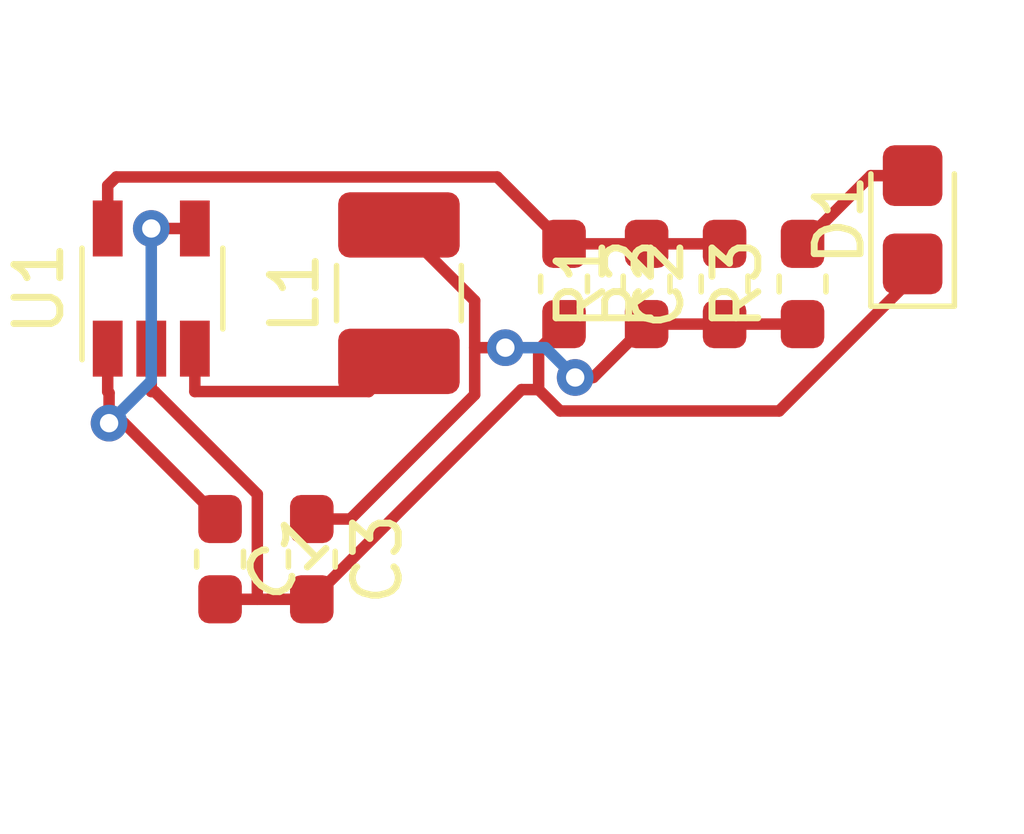
<source format=kicad_pcb>
(kicad_pcb (version 20171130) (host pcbnew 5.0.2-bee76a0~70~ubuntu18.04.1)

  (general
    (thickness 1.6)
    (drawings 0)
    (tracks 49)
    (zones 0)
    (modules 9)
    (nets 7)
  )

  (page A4)
  (layers
    (0 F.Cu signal)
    (31 B.Cu signal)
    (32 B.Adhes user)
    (33 F.Adhes user)
    (34 B.Paste user)
    (35 F.Paste user)
    (36 B.SilkS user)
    (37 F.SilkS user)
    (38 B.Mask user)
    (39 F.Mask user)
    (40 Dwgs.User user)
    (41 Cmts.User user)
    (42 Eco1.User user)
    (43 Eco2.User user)
    (44 Edge.Cuts user)
    (45 Margin user)
    (46 B.CrtYd user)
    (47 F.CrtYd user)
    (48 B.Fab user)
    (49 F.Fab user)
  )

  (setup
    (last_trace_width 0.25)
    (trace_clearance 0.2)
    (zone_clearance 0.508)
    (zone_45_only no)
    (trace_min 0.2)
    (segment_width 0.2)
    (edge_width 0.15)
    (via_size 0.8)
    (via_drill 0.4)
    (via_min_size 0.4)
    (via_min_drill 0.3)
    (uvia_size 0.3)
    (uvia_drill 0.1)
    (uvias_allowed no)
    (uvia_min_size 0.2)
    (uvia_min_drill 0.1)
    (pcb_text_width 0.3)
    (pcb_text_size 1.5 1.5)
    (mod_edge_width 0.15)
    (mod_text_size 1 1)
    (mod_text_width 0.15)
    (pad_size 1.524 1.524)
    (pad_drill 0.762)
    (pad_to_mask_clearance 0.051)
    (solder_mask_min_width 0.25)
    (aux_axis_origin 0 0)
    (visible_elements FFFFFF7F)
    (pcbplotparams
      (layerselection 0x010fc_ffffffff)
      (usegerberextensions false)
      (usegerberattributes false)
      (usegerberadvancedattributes false)
      (creategerberjobfile false)
      (excludeedgelayer true)
      (linewidth 0.100000)
      (plotframeref false)
      (viasonmask false)
      (mode 1)
      (useauxorigin false)
      (hpglpennumber 1)
      (hpglpenspeed 20)
      (hpglpendiameter 15.000000)
      (psnegative false)
      (psa4output false)
      (plotreference true)
      (plotvalue true)
      (plotinvisibletext false)
      (padsonsilk false)
      (subtractmaskfromsilk false)
      (outputformat 1)
      (mirror false)
      (drillshape 1)
      (scaleselection 1)
      (outputdirectory ""))
  )

  (net 0 "")
  (net 1 +3V3)
  (net 2 "Net-(C2-Pad2)")
  (net 3 GND)
  (net 4 "Net-(D1-Pad2)")
  (net 5 +5V)
  (net 6 "Net-(L1-Pad1)")

  (net_class Default "This is the default net class."
    (clearance 0.2)
    (trace_width 0.25)
    (via_dia 0.8)
    (via_drill 0.4)
    (uvia_dia 0.3)
    (uvia_drill 0.1)
    (add_net +3V3)
    (add_net +5V)
    (add_net GND)
    (add_net "Net-(C2-Pad2)")
    (add_net "Net-(D1-Pad2)")
    (add_net "Net-(L1-Pad1)")
  )

  (module Capacitor_SMD:C_0603_1608Metric_Pad1.05x0.95mm_HandSolder (layer F.Cu) (tedit 5B301BBE) (tstamp 5C078444)
    (at 15 23 270)
    (descr "Capacitor SMD 0603 (1608 Metric), square (rectangular) end terminal, IPC_7351 nominal with elongated pad for handsoldering. (Body size source: http://www.tortai-tech.com/upload/download/2011102023233369053.pdf), generated with kicad-footprint-generator")
    (tags "capacitor handsolder")
    (path /5C03D3A0)
    (attr smd)
    (fp_text reference C3 (at 0 -1.43 270) (layer F.SilkS)
      (effects (font (size 1 1) (thickness 0.15)))
    )
    (fp_text value C226,6.3v,0603 (at 0 1.43 270) (layer F.Fab)
      (effects (font (size 1 1) (thickness 0.15)))
    )
    (fp_line (start -0.8 0.4) (end -0.8 -0.4) (layer F.Fab) (width 0.1))
    (fp_line (start -0.8 -0.4) (end 0.8 -0.4) (layer F.Fab) (width 0.1))
    (fp_line (start 0.8 -0.4) (end 0.8 0.4) (layer F.Fab) (width 0.1))
    (fp_line (start 0.8 0.4) (end -0.8 0.4) (layer F.Fab) (width 0.1))
    (fp_line (start -0.171267 -0.51) (end 0.171267 -0.51) (layer F.SilkS) (width 0.12))
    (fp_line (start -0.171267 0.51) (end 0.171267 0.51) (layer F.SilkS) (width 0.12))
    (fp_line (start -1.65 0.73) (end -1.65 -0.73) (layer F.CrtYd) (width 0.05))
    (fp_line (start -1.65 -0.73) (end 1.65 -0.73) (layer F.CrtYd) (width 0.05))
    (fp_line (start 1.65 -0.73) (end 1.65 0.73) (layer F.CrtYd) (width 0.05))
    (fp_line (start 1.65 0.73) (end -1.65 0.73) (layer F.CrtYd) (width 0.05))
    (fp_text user %R (at 0 0 270) (layer F.Fab)
      (effects (font (size 0.4 0.4) (thickness 0.06)))
    )
    (pad 1 smd roundrect (at -0.875 0 270) (size 1.05 0.95) (layers F.Cu F.Paste F.Mask) (roundrect_rratio 0.25)
      (net 1 +3V3))
    (pad 2 smd roundrect (at 0.875 0 270) (size 1.05 0.95) (layers F.Cu F.Paste F.Mask) (roundrect_rratio 0.25)
      (net 3 GND))
    (model ${KISYS3DMOD}/Capacitor_SMD.3dshapes/C_0603_1608Metric.wrl
      (at (xyz 0 0 0))
      (scale (xyz 1 1 1))
      (rotate (xyz 0 0 0))
    )
  )

  (module Capacitor_SMD:C_0603_1608Metric_Pad1.05x0.95mm_HandSolder (layer F.Cu) (tedit 5B301BBE) (tstamp 5C078433)
    (at 24 17 90)
    (descr "Capacitor SMD 0603 (1608 Metric), square (rectangular) end terminal, IPC_7351 nominal with elongated pad for handsoldering. (Body size source: http://www.tortai-tech.com/upload/download/2011102023233369053.pdf), generated with kicad-footprint-generator")
    (tags "capacitor handsolder")
    (path /5C061E10)
    (attr smd)
    (fp_text reference C2 (at 0 -1.43 90) (layer F.SilkS)
      (effects (font (size 1 1) (thickness 0.15)))
    )
    (fp_text value C22pf,0603 (at 0 1.43 90) (layer F.Fab)
      (effects (font (size 1 1) (thickness 0.15)))
    )
    (fp_text user %R (at 0 0 90) (layer F.Fab)
      (effects (font (size 0.4 0.4) (thickness 0.06)))
    )
    (fp_line (start 1.65 0.73) (end -1.65 0.73) (layer F.CrtYd) (width 0.05))
    (fp_line (start 1.65 -0.73) (end 1.65 0.73) (layer F.CrtYd) (width 0.05))
    (fp_line (start -1.65 -0.73) (end 1.65 -0.73) (layer F.CrtYd) (width 0.05))
    (fp_line (start -1.65 0.73) (end -1.65 -0.73) (layer F.CrtYd) (width 0.05))
    (fp_line (start -0.171267 0.51) (end 0.171267 0.51) (layer F.SilkS) (width 0.12))
    (fp_line (start -0.171267 -0.51) (end 0.171267 -0.51) (layer F.SilkS) (width 0.12))
    (fp_line (start 0.8 0.4) (end -0.8 0.4) (layer F.Fab) (width 0.1))
    (fp_line (start 0.8 -0.4) (end 0.8 0.4) (layer F.Fab) (width 0.1))
    (fp_line (start -0.8 -0.4) (end 0.8 -0.4) (layer F.Fab) (width 0.1))
    (fp_line (start -0.8 0.4) (end -0.8 -0.4) (layer F.Fab) (width 0.1))
    (pad 2 smd roundrect (at 0.875 0 90) (size 1.05 0.95) (layers F.Cu F.Paste F.Mask) (roundrect_rratio 0.25)
      (net 2 "Net-(C2-Pad2)"))
    (pad 1 smd roundrect (at -0.875 0 90) (size 1.05 0.95) (layers F.Cu F.Paste F.Mask) (roundrect_rratio 0.25)
      (net 1 +3V3))
    (model ${KISYS3DMOD}/Capacitor_SMD.3dshapes/C_0603_1608Metric.wrl
      (at (xyz 0 0 0))
      (scale (xyz 1 1 1))
      (rotate (xyz 0 0 0))
    )
  )

  (module Capacitor_SMD:C_0603_1608Metric_Pad1.05x0.95mm_HandSolder (layer F.Cu) (tedit 5B301BBE) (tstamp 5C078422)
    (at 13 23 270)
    (descr "Capacitor SMD 0603 (1608 Metric), square (rectangular) end terminal, IPC_7351 nominal with elongated pad for handsoldering. (Body size source: http://www.tortai-tech.com/upload/download/2011102023233369053.pdf), generated with kicad-footprint-generator")
    (tags "capacitor handsolder")
    (path /5C03D426)
    (attr smd)
    (fp_text reference C1 (at 0 -1.43 225) (layer F.SilkS)
      (effects (font (size 1 1) (thickness 0.15)))
    )
    (fp_text value C226,6.3v,0603 (at 0 1.43 270) (layer F.Fab)
      (effects (font (size 1 1) (thickness 0.15)))
    )
    (fp_line (start -0.8 0.4) (end -0.8 -0.4) (layer F.Fab) (width 0.1))
    (fp_line (start -0.8 -0.4) (end 0.8 -0.4) (layer F.Fab) (width 0.1))
    (fp_line (start 0.8 -0.4) (end 0.8 0.4) (layer F.Fab) (width 0.1))
    (fp_line (start 0.8 0.4) (end -0.8 0.4) (layer F.Fab) (width 0.1))
    (fp_line (start -0.171267 -0.51) (end 0.171267 -0.51) (layer F.SilkS) (width 0.12))
    (fp_line (start -0.171267 0.51) (end 0.171267 0.51) (layer F.SilkS) (width 0.12))
    (fp_line (start -1.65 0.73) (end -1.65 -0.73) (layer F.CrtYd) (width 0.05))
    (fp_line (start -1.65 -0.73) (end 1.65 -0.73) (layer F.CrtYd) (width 0.05))
    (fp_line (start 1.65 -0.73) (end 1.65 0.73) (layer F.CrtYd) (width 0.05))
    (fp_line (start 1.65 0.73) (end -1.65 0.73) (layer F.CrtYd) (width 0.05))
    (fp_text user %R (at 0 0 270) (layer F.Fab)
      (effects (font (size 0.4 0.4) (thickness 0.06)))
    )
    (pad 1 smd roundrect (at -0.875 0 270) (size 1.05 0.95) (layers F.Cu F.Paste F.Mask) (roundrect_rratio 0.25)
      (net 5 +5V))
    (pad 2 smd roundrect (at 0.875 0 270) (size 1.05 0.95) (layers F.Cu F.Paste F.Mask) (roundrect_rratio 0.25)
      (net 3 GND))
    (model ${KISYS3DMOD}/Capacitor_SMD.3dshapes/C_0603_1608Metric.wrl
      (at (xyz 0 0 0))
      (scale (xyz 1 1 1))
      (rotate (xyz 0 0 0))
    )
  )

  (module Inductor_SMD:L_1210_3225Metric_Pad1.42x2.65mm_HandSolder (layer F.Cu) (tedit 5B301BBE) (tstamp 5C078411)
    (at 16.9 17.2 90)
    (descr "Capacitor SMD 1210 (3225 Metric), square (rectangular) end terminal, IPC_7351 nominal with elongated pad for handsoldering. (Body size source: http://www.tortai-tech.com/upload/download/2011102023233369053.pdf), generated with kicad-footprint-generator")
    (tags "inductor handsolder")
    (path /5C0655CA)
    (attr smd)
    (fp_text reference L1 (at 0 -2.28 90) (layer F.SilkS)
      (effects (font (size 1 1) (thickness 0.15)))
    )
    (fp_text value L_2.2uH,1210 (at 0 2.28 90) (layer F.Fab)
      (effects (font (size 1 1) (thickness 0.15)))
    )
    (fp_line (start -1.6 1.25) (end -1.6 -1.25) (layer F.Fab) (width 0.1))
    (fp_line (start -1.6 -1.25) (end 1.6 -1.25) (layer F.Fab) (width 0.1))
    (fp_line (start 1.6 -1.25) (end 1.6 1.25) (layer F.Fab) (width 0.1))
    (fp_line (start 1.6 1.25) (end -1.6 1.25) (layer F.Fab) (width 0.1))
    (fp_line (start -0.602064 -1.36) (end 0.602064 -1.36) (layer F.SilkS) (width 0.12))
    (fp_line (start -0.602064 1.36) (end 0.602064 1.36) (layer F.SilkS) (width 0.12))
    (fp_line (start -2.45 1.58) (end -2.45 -1.58) (layer F.CrtYd) (width 0.05))
    (fp_line (start -2.45 -1.58) (end 2.45 -1.58) (layer F.CrtYd) (width 0.05))
    (fp_line (start 2.45 -1.58) (end 2.45 1.58) (layer F.CrtYd) (width 0.05))
    (fp_line (start 2.45 1.58) (end -2.45 1.58) (layer F.CrtYd) (width 0.05))
    (fp_text user %R (at 0 0 90) (layer F.Fab)
      (effects (font (size 0.8 0.8) (thickness 0.12)))
    )
    (pad 1 smd roundrect (at -1.4875 0 90) (size 1.425 2.65) (layers F.Cu F.Paste F.Mask) (roundrect_rratio 0.175439)
      (net 6 "Net-(L1-Pad1)"))
    (pad 2 smd roundrect (at 1.4875 0 90) (size 1.425 2.65) (layers F.Cu F.Paste F.Mask) (roundrect_rratio 0.175439)
      (net 1 +3V3))
    (model ${KISYS3DMOD}/Inductor_SMD.3dshapes/L_1210_3225Metric.wrl
      (at (xyz 0 0 0))
      (scale (xyz 1 1 1))
      (rotate (xyz 0 0 0))
    )
  )

  (module LED_SMD:LED_0805_2012Metric_Castellated (layer F.Cu) (tedit 5B36C52C) (tstamp 5C078400)
    (at 28.1 15.6 90)
    (descr "LED SMD 0805 (2012 Metric), castellated end terminal, IPC_7351 nominal, (Body size source: https://docs.google.com/spreadsheets/d/1BsfQQcO9C6DZCsRaXUlFlo91Tg2WpOkGARC1WS5S8t0/edit?usp=sharing), generated with kicad-footprint-generator")
    (tags "LED castellated")
    (path /5C042628)
    (attr smd)
    (fp_text reference D1 (at 0 -1.6 90) (layer F.SilkS)
      (effects (font (size 1 1) (thickness 0.15)))
    )
    (fp_text value LED_ORANGE (at 0 1.6 90) (layer F.Fab)
      (effects (font (size 1 1) (thickness 0.15)))
    )
    (fp_line (start 1 -0.6) (end -0.7 -0.6) (layer F.Fab) (width 0.1))
    (fp_line (start -0.7 -0.6) (end -1 -0.3) (layer F.Fab) (width 0.1))
    (fp_line (start -1 -0.3) (end -1 0.6) (layer F.Fab) (width 0.1))
    (fp_line (start -1 0.6) (end 1 0.6) (layer F.Fab) (width 0.1))
    (fp_line (start 1 0.6) (end 1 -0.6) (layer F.Fab) (width 0.1))
    (fp_line (start 1 -0.91) (end -1.885 -0.91) (layer F.SilkS) (width 0.12))
    (fp_line (start -1.885 -0.91) (end -1.885 0.91) (layer F.SilkS) (width 0.12))
    (fp_line (start -1.885 0.91) (end 1 0.91) (layer F.SilkS) (width 0.12))
    (fp_line (start -1.88 0.9) (end -1.88 -0.9) (layer F.CrtYd) (width 0.05))
    (fp_line (start -1.88 -0.9) (end 1.88 -0.9) (layer F.CrtYd) (width 0.05))
    (fp_line (start 1.88 -0.9) (end 1.88 0.9) (layer F.CrtYd) (width 0.05))
    (fp_line (start 1.88 0.9) (end -1.88 0.9) (layer F.CrtYd) (width 0.05))
    (fp_text user %R (at 0 0 90) (layer F.Fab)
      (effects (font (size 0.5 0.5) (thickness 0.08)))
    )
    (pad 1 smd roundrect (at -0.9625 0 90) (size 1.325 1.3) (layers F.Cu F.Paste F.Mask) (roundrect_rratio 0.192308)
      (net 3 GND))
    (pad 2 smd roundrect (at 0.9625 0 90) (size 1.325 1.3) (layers F.Cu F.Paste F.Mask) (roundrect_rratio 0.192308)
      (net 4 "Net-(D1-Pad2)"))
    (model ${KISYS3DMOD}/LED_SMD.3dshapes/LED_0805_2012Metric_Castellated.wrl
      (at (xyz 0 0 0))
      (scale (xyz 1 1 1))
      (rotate (xyz 0 0 0))
    )
  )

  (module Package_TO_SOT_SMD:TSOT-23-5 (layer F.Cu) (tedit 5A02FF57) (tstamp 5C0783ED)
    (at 11.5 17.1 90)
    (descr "5-pin TSOT23 package, http://cds.linear.com/docs/en/packaging/SOT_5_05-08-1635.pdf")
    (tags TSOT-23-5)
    (path /5C03BEFC)
    (attr smd)
    (fp_text reference U1 (at 0 -2.45 90) (layer F.SilkS)
      (effects (font (size 1 1) (thickness 0.15)))
    )
    (fp_text value AP3429 (at 0 2.5 90) (layer F.Fab)
      (effects (font (size 1 1) (thickness 0.15)))
    )
    (fp_text user %R (at 0 0 180) (layer F.Fab)
      (effects (font (size 0.5 0.5) (thickness 0.075)))
    )
    (fp_line (start -0.88 1.56) (end 0.88 1.56) (layer F.SilkS) (width 0.12))
    (fp_line (start 0.88 -1.51) (end -1.55 -1.51) (layer F.SilkS) (width 0.12))
    (fp_line (start -0.88 -1) (end -0.43 -1.45) (layer F.Fab) (width 0.1))
    (fp_line (start 0.88 -1.45) (end -0.43 -1.45) (layer F.Fab) (width 0.1))
    (fp_line (start -0.88 -1) (end -0.88 1.45) (layer F.Fab) (width 0.1))
    (fp_line (start 0.88 1.45) (end -0.88 1.45) (layer F.Fab) (width 0.1))
    (fp_line (start 0.88 -1.45) (end 0.88 1.45) (layer F.Fab) (width 0.1))
    (fp_line (start -2.17 -1.7) (end 2.17 -1.7) (layer F.CrtYd) (width 0.05))
    (fp_line (start -2.17 -1.7) (end -2.17 1.7) (layer F.CrtYd) (width 0.05))
    (fp_line (start 2.17 1.7) (end 2.17 -1.7) (layer F.CrtYd) (width 0.05))
    (fp_line (start 2.17 1.7) (end -2.17 1.7) (layer F.CrtYd) (width 0.05))
    (pad 1 smd rect (at -1.31 -0.95 90) (size 1.22 0.65) (layers F.Cu F.Paste F.Mask)
      (net 5 +5V))
    (pad 2 smd rect (at -1.31 0 90) (size 1.22 0.65) (layers F.Cu F.Paste F.Mask)
      (net 3 GND))
    (pad 3 smd rect (at -1.31 0.95 90) (size 1.22 0.65) (layers F.Cu F.Paste F.Mask)
      (net 6 "Net-(L1-Pad1)"))
    (pad 4 smd rect (at 1.31 0.95 90) (size 1.22 0.65) (layers F.Cu F.Paste F.Mask)
      (net 5 +5V))
    (pad 5 smd rect (at 1.31 -0.95 90) (size 1.22 0.65) (layers F.Cu F.Paste F.Mask)
      (net 2 "Net-(C2-Pad2)"))
    (model ${KISYS3DMOD}/Package_TO_SOT_SMD.3dshapes/TSOT-23-5.wrl
      (at (xyz 0 0 0))
      (scale (xyz 1 1 1))
      (rotate (xyz 0 0 0))
    )
  )

  (module Resistor_SMD:R_0603_1608Metric_Pad1.05x0.95mm_HandSolder (layer F.Cu) (tedit 5B301BBD) (tstamp 5C0783D8)
    (at 25.7 17 90)
    (descr "Resistor SMD 0603 (1608 Metric), square (rectangular) end terminal, IPC_7351 nominal with elongated pad for handsoldering. (Body size source: http://www.tortai-tech.com/upload/download/2011102023233369053.pdf), generated with kicad-footprint-generator")
    (tags "resistor handsolder")
    (path /5C04282E)
    (attr smd)
    (fp_text reference R3 (at 0 -1.43 90) (layer F.SilkS)
      (effects (font (size 1 1) (thickness 0.15)))
    )
    (fp_text value R102,0603 (at 0 1.43 90) (layer F.Fab)
      (effects (font (size 1 1) (thickness 0.15)))
    )
    (fp_line (start -0.8 0.4) (end -0.8 -0.4) (layer F.Fab) (width 0.1))
    (fp_line (start -0.8 -0.4) (end 0.8 -0.4) (layer F.Fab) (width 0.1))
    (fp_line (start 0.8 -0.4) (end 0.8 0.4) (layer F.Fab) (width 0.1))
    (fp_line (start 0.8 0.4) (end -0.8 0.4) (layer F.Fab) (width 0.1))
    (fp_line (start -0.171267 -0.51) (end 0.171267 -0.51) (layer F.SilkS) (width 0.12))
    (fp_line (start -0.171267 0.51) (end 0.171267 0.51) (layer F.SilkS) (width 0.12))
    (fp_line (start -1.65 0.73) (end -1.65 -0.73) (layer F.CrtYd) (width 0.05))
    (fp_line (start -1.65 -0.73) (end 1.65 -0.73) (layer F.CrtYd) (width 0.05))
    (fp_line (start 1.65 -0.73) (end 1.65 0.73) (layer F.CrtYd) (width 0.05))
    (fp_line (start 1.65 0.73) (end -1.65 0.73) (layer F.CrtYd) (width 0.05))
    (fp_text user %R (at 0 0 90) (layer F.Fab)
      (effects (font (size 0.4 0.4) (thickness 0.06)))
    )
    (pad 1 smd roundrect (at -0.875 0 90) (size 1.05 0.95) (layers F.Cu F.Paste F.Mask) (roundrect_rratio 0.25)
      (net 1 +3V3))
    (pad 2 smd roundrect (at 0.875 0 90) (size 1.05 0.95) (layers F.Cu F.Paste F.Mask) (roundrect_rratio 0.25)
      (net 4 "Net-(D1-Pad2)"))
    (model ${KISYS3DMOD}/Resistor_SMD.3dshapes/R_0603_1608Metric.wrl
      (at (xyz 0 0 0))
      (scale (xyz 1 1 1))
      (rotate (xyz 0 0 0))
    )
  )

  (module Resistor_SMD:R_0603_1608Metric_Pad1.05x0.95mm_HandSolder (layer F.Cu) (tedit 5B301BBD) (tstamp 5C0783C7)
    (at 20.5 17 270)
    (descr "Resistor SMD 0603 (1608 Metric), square (rectangular) end terminal, IPC_7351 nominal with elongated pad for handsoldering. (Body size source: http://www.tortai-tech.com/upload/download/2011102023233369053.pdf), generated with kicad-footprint-generator")
    (tags "resistor handsolder")
    (path /5C042158)
    (attr smd)
    (fp_text reference R2 (at 0 -1.43 270) (layer F.SilkS)
      (effects (font (size 1 1) (thickness 0.15)))
    )
    (fp_text value R184,0603 (at 0 1.43 270) (layer F.Fab)
      (effects (font (size 1 1) (thickness 0.15)))
    )
    (fp_text user %R (at 0 0 270) (layer F.Fab)
      (effects (font (size 0.4 0.4) (thickness 0.06)))
    )
    (fp_line (start 1.65 0.73) (end -1.65 0.73) (layer F.CrtYd) (width 0.05))
    (fp_line (start 1.65 -0.73) (end 1.65 0.73) (layer F.CrtYd) (width 0.05))
    (fp_line (start -1.65 -0.73) (end 1.65 -0.73) (layer F.CrtYd) (width 0.05))
    (fp_line (start -1.65 0.73) (end -1.65 -0.73) (layer F.CrtYd) (width 0.05))
    (fp_line (start -0.171267 0.51) (end 0.171267 0.51) (layer F.SilkS) (width 0.12))
    (fp_line (start -0.171267 -0.51) (end 0.171267 -0.51) (layer F.SilkS) (width 0.12))
    (fp_line (start 0.8 0.4) (end -0.8 0.4) (layer F.Fab) (width 0.1))
    (fp_line (start 0.8 -0.4) (end 0.8 0.4) (layer F.Fab) (width 0.1))
    (fp_line (start -0.8 -0.4) (end 0.8 -0.4) (layer F.Fab) (width 0.1))
    (fp_line (start -0.8 0.4) (end -0.8 -0.4) (layer F.Fab) (width 0.1))
    (pad 2 smd roundrect (at 0.875 0 270) (size 1.05 0.95) (layers F.Cu F.Paste F.Mask) (roundrect_rratio 0.25)
      (net 3 GND))
    (pad 1 smd roundrect (at -0.875 0 270) (size 1.05 0.95) (layers F.Cu F.Paste F.Mask) (roundrect_rratio 0.25)
      (net 2 "Net-(C2-Pad2)"))
    (model ${KISYS3DMOD}/Resistor_SMD.3dshapes/R_0603_1608Metric.wrl
      (at (xyz 0 0 0))
      (scale (xyz 1 1 1))
      (rotate (xyz 0 0 0))
    )
  )

  (module Resistor_SMD:R_0603_1608Metric_Pad1.05x0.95mm_HandSolder (layer F.Cu) (tedit 5B301BBD) (tstamp 5C0783B6)
    (at 22.3 17 90)
    (descr "Resistor SMD 0603 (1608 Metric), square (rectangular) end terminal, IPC_7351 nominal with elongated pad for handsoldering. (Body size source: http://www.tortai-tech.com/upload/download/2011102023233369053.pdf), generated with kicad-footprint-generator")
    (tags "resistor handsolder")
    (path /5C052FAD)
    (attr smd)
    (fp_text reference R1 (at 0 -1.43 90) (layer F.SilkS)
      (effects (font (size 1 1) (thickness 0.15)))
    )
    (fp_text value R824,0603 (at 0 1.43 90) (layer F.Fab)
      (effects (font (size 1 1) (thickness 0.15)))
    )
    (fp_line (start -0.8 0.4) (end -0.8 -0.4) (layer F.Fab) (width 0.1))
    (fp_line (start -0.8 -0.4) (end 0.8 -0.4) (layer F.Fab) (width 0.1))
    (fp_line (start 0.8 -0.4) (end 0.8 0.4) (layer F.Fab) (width 0.1))
    (fp_line (start 0.8 0.4) (end -0.8 0.4) (layer F.Fab) (width 0.1))
    (fp_line (start -0.171267 -0.51) (end 0.171267 -0.51) (layer F.SilkS) (width 0.12))
    (fp_line (start -0.171267 0.51) (end 0.171267 0.51) (layer F.SilkS) (width 0.12))
    (fp_line (start -1.65 0.73) (end -1.65 -0.73) (layer F.CrtYd) (width 0.05))
    (fp_line (start -1.65 -0.73) (end 1.65 -0.73) (layer F.CrtYd) (width 0.05))
    (fp_line (start 1.65 -0.73) (end 1.65 0.73) (layer F.CrtYd) (width 0.05))
    (fp_line (start 1.65 0.73) (end -1.65 0.73) (layer F.CrtYd) (width 0.05))
    (fp_text user %R (at 0 0 90) (layer F.Fab)
      (effects (font (size 0.4 0.4) (thickness 0.06)))
    )
    (pad 1 smd roundrect (at -0.875 0 90) (size 1.05 0.95) (layers F.Cu F.Paste F.Mask) (roundrect_rratio 0.25)
      (net 1 +3V3))
    (pad 2 smd roundrect (at 0.875 0 90) (size 1.05 0.95) (layers F.Cu F.Paste F.Mask) (roundrect_rratio 0.25)
      (net 2 "Net-(C2-Pad2)"))
    (model ${KISYS3DMOD}/Resistor_SMD.3dshapes/R_0603_1608Metric.wrl
      (at (xyz 0 0 0))
      (scale (xyz 1 1 1))
      (rotate (xyz 0 0 0))
    )
  )

  (segment (start 18.5513 18.3888) (end 19.2203 18.3888) (width 0.25) (layer F.Cu) (net 1))
  (segment (start 20.7424 19.0387) (end 20.0925 18.3888) (width 0.25) (layer B.Cu) (net 1))
  (segment (start 20.0925 18.3888) (end 19.2203 18.3888) (width 0.25) (layer B.Cu) (net 1))
  (segment (start 20.7424 19.0387) (end 21.1363 19.0387) (width 0.25) (layer F.Cu) (net 1))
  (segment (start 21.1363 19.0387) (end 22.3 17.875) (width 0.25) (layer F.Cu) (net 1))
  (segment (start 18.5513 18.3888) (end 18.5513 19.4139) (width 0.25) (layer F.Cu) (net 1))
  (segment (start 18.5513 19.4139) (end 15.8402 22.125) (width 0.25) (layer F.Cu) (net 1))
  (segment (start 15.8402 22.125) (end 15 22.125) (width 0.25) (layer F.Cu) (net 1))
  (segment (start 16.9 15.7125) (end 18.5513 17.3638) (width 0.25) (layer F.Cu) (net 1))
  (segment (start 18.5513 17.3638) (end 18.5513 18.3888) (width 0.25) (layer F.Cu) (net 1))
  (segment (start 24 17.875) (end 22.3 17.875) (width 0.25) (layer F.Cu) (net 1))
  (segment (start 24 17.875) (end 25.7 17.875) (width 0.25) (layer F.Cu) (net 1))
  (via (at 20.7424 19.0387) (size 0.8) (layers F.Cu B.Cu) (net 1))
  (via (at 19.2203 18.3888) (size 0.8) (layers F.Cu B.Cu) (net 1))
  (segment (start 22.3 16.125) (end 20.5 16.125) (width 0.25) (layer F.Cu) (net 2))
  (segment (start 24 16.125) (end 22.3 16.125) (width 0.25) (layer F.Cu) (net 2))
  (segment (start 10.55 14.8547) (end 10.7378 14.6669) (width 0.25) (layer F.Cu) (net 2))
  (segment (start 10.7378 14.6669) (end 19.0419 14.6669) (width 0.25) (layer F.Cu) (net 2))
  (segment (start 19.0419 14.6669) (end 20.5 16.125) (width 0.25) (layer F.Cu) (net 2))
  (segment (start 10.55 15.79) (end 10.55 14.8547) (width 0.25) (layer F.Cu) (net 2))
  (segment (start 19.9457 19.3027) (end 19.9457 18.4293) (width 0.25) (layer F.Cu) (net 3))
  (segment (start 19.9457 18.4293) (end 20.5 17.875) (width 0.25) (layer F.Cu) (net 3))
  (segment (start 28.1 16.5625) (end 28.1 16.8591) (width 0.25) (layer F.Cu) (net 3))
  (segment (start 28.1 16.8591) (end 25.1899 19.7692) (width 0.25) (layer F.Cu) (net 3))
  (segment (start 25.1899 19.7692) (end 20.4122 19.7692) (width 0.25) (layer F.Cu) (net 3))
  (segment (start 20.4122 19.7692) (end 19.9457 19.3027) (width 0.25) (layer F.Cu) (net 3))
  (segment (start 15 23.875) (end 19.5723 19.3027) (width 0.25) (layer F.Cu) (net 3))
  (segment (start 19.5723 19.3027) (end 19.9457 19.3027) (width 0.25) (layer F.Cu) (net 3))
  (segment (start 13.8125 23.875) (end 13 23.875) (width 0.25) (layer F.Cu) (net 3))
  (segment (start 15 23.875) (end 13.8125 23.875) (width 0.25) (layer F.Cu) (net 3))
  (segment (start 13.8125 23.875) (end 13.8125 21.5838) (width 0.25) (layer F.Cu) (net 3))
  (segment (start 13.8125 21.5838) (end 11.574 19.3453) (width 0.25) (layer F.Cu) (net 3))
  (segment (start 11.574 19.3453) (end 11.5 19.3453) (width 0.25) (layer F.Cu) (net 3))
  (segment (start 11.5 18.41) (end 11.5 19.3453) (width 0.25) (layer F.Cu) (net 3))
  (segment (start 28.1 14.6375) (end 27.1875 14.6375) (width 0.25) (layer F.Cu) (net 4))
  (segment (start 27.1875 14.6375) (end 25.7 16.125) (width 0.25) (layer F.Cu) (net 4))
  (segment (start 12.45 15.79) (end 11.5 15.79) (width 0.25) (layer F.Cu) (net 5))
  (segment (start 10.58 20.0341) (end 11.5 19.1141) (width 0.25) (layer B.Cu) (net 5))
  (segment (start 11.5 19.1141) (end 11.5 15.79) (width 0.25) (layer B.Cu) (net 5))
  (segment (start 10.58 20.0341) (end 10.9091 20.0341) (width 0.25) (layer F.Cu) (net 5))
  (segment (start 10.9091 20.0341) (end 13 22.125) (width 0.25) (layer F.Cu) (net 5))
  (segment (start 10.58 20.0341) (end 10.58 19.3753) (width 0.25) (layer F.Cu) (net 5))
  (segment (start 10.58 19.3753) (end 10.55 19.3453) (width 0.25) (layer F.Cu) (net 5))
  (segment (start 10.55 18.41) (end 10.55 19.3453) (width 0.25) (layer F.Cu) (net 5))
  (via (at 10.58 20.0341) (size 0.8) (layers F.Cu B.Cu) (net 5))
  (via (at 11.5 15.79) (size 0.8) (layers F.Cu B.Cu) (net 5))
  (segment (start 12.45 18.41) (end 12.45 19.3453) (width 0.25) (layer F.Cu) (net 6))
  (segment (start 12.45 19.3453) (end 16.2422 19.3453) (width 0.25) (layer F.Cu) (net 6))
  (segment (start 16.2422 19.3453) (end 16.9 18.6875) (width 0.25) (layer F.Cu) (net 6))

  (zone (net 0) (net_name "") (layer F.Cu) (tstamp 0) (hatch edge 0.508)
    (connect_pads (clearance 0.508))
    (min_thickness 0.254)
    (keepout (tracks not_allowed) (vias not_allowed) (copperpour allowed))
    (fill (arc_segments 16) (thermal_gap 0.508) (thermal_bridge_width 0.508))
    (polygon
      (pts
        (xy 10 16.6) (xy 10 17.6) (xy 12.9 17.6) (xy 12.9 16.6)
      )
    )
  )
  (zone (net 0) (net_name "") (layer F.Cu) (tstamp 0) (hatch edge 0.508)
    (connect_pads (clearance 0.508))
    (min_thickness 0.254)
    (keepout (tracks not_allowed) (vias not_allowed) (copperpour allowed))
    (fill (arc_segments 16) (thermal_gap 0.508) (thermal_bridge_width 0.508))
    (polygon
      (pts
        (xy 19.3 16.8) (xy 19.3 17.2) (xy 26.7 17.2) (xy 26.7 16.8)
      )
    )
  )
)

</source>
